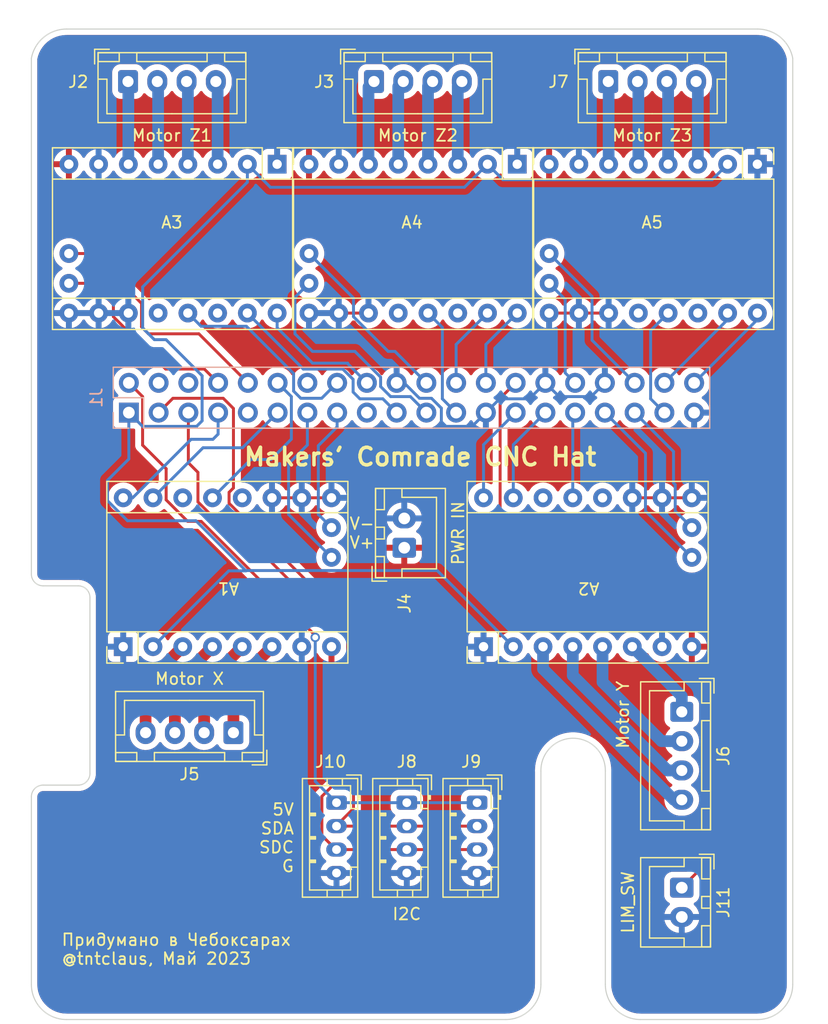
<source format=kicad_pcb>
(kicad_pcb (version 20211014) (generator pcbnew)
  (layers (0 "F.Cu" signal) (31 "B.Cu" signal) (34 "B.Paste" user) (35 "F.Paste" user) (36 "B.SilkS" user "B.Silkscreen") (37 "F.SilkS" user "F.Silkscreen") (38 "B.Mask" user) (39 "F.Mask" user) (44 "Edge.Cuts" user))
  (net 0 "")
  (net 3 "/MotX DIR")
  (net 4 "/MotY DIR")
  (net 5 "Vin")
  (net 6 "GND")
  (net 7 "+3V3")
  (net 9 "/MotX UART")
  (net 11 "/MotX DIAG")
  (net 12 "/MotX INDEX")
  (net 15 "/MotX STEP")
  (net 16 "/MotY UART")
  (net 17 "/MotY STEP")
  (net 18 "/MotY DIAG")
  (net 19 "/MotY INDEX")
  (net 20 "/Motor X/1B")
  (net 21 "/Motor X/1A")
  (net 22 "/Motor X/2A")
  (net 23 "/Motor X/2B")
  (net 24 "/Motor Y/1B")
  (net 25 "/Motor Y/1A")
  (net 26 "/Motor Y/2A")
  (net 27 "/Motor Y/2B")
  (net 28 "/Motor Z1/1B")
  (net 29 "/Motor Z1/1A")
  (net 30 "/Motor Z1/2A")
  (net 31 "/Motor Z1/2B")
  (net 34 "/Motor Z2/1B")
  (net 35 "/Motor Z2/1A")
  (net 36 "/Motor Z2/2A")
  (net 37 "/Motor Z2/2B")
  (net 40 "/Motor Z3/1B")
  (net 41 "/Motor Z3/1A")
  (net 42 "/Motor Z3/2A")
  (net 43 "/Motor Z3/2B")
  (net 46 "/MotZ1 INDEX")
  (net 47 "/MotZ1 DIAG")
  (net 48 "/MotZ1 DIR")
  (net 49 "/MotZ1 STEP")
  (net 50 "/MotZ1 UART")
  (net 51 "/MotZ2 UART")
  (net 52 "/MotZ2 STEP")
  (net 53 "/MotZ2 DIR")
  (net 54 "/MotZ2 DIAG")
  (net 55 "/MotZ2 INDEX")
  (net 56 "/MotZ3 UART")
  (net 57 "/MotZ3 STEP")
  (net 58 "/MotZ3 DIR")
  (net 59 "/MotZ3 DIAG")
  (net 60 "/MotZ3 INDEX")
  (net 64 "/LIM_SW1")
  (net 65 "+5V")
  (net 66 "/SDA")
  (net 67 "/SDC")
  (footprint "Connector_JST:JST_PH_B4B-PH-K_1x04_P2.00mm_Vertical" (layer "F.Cu") (at 50.55 81.5 -90)
    (fp_text reference "J10" (at -3.5 0.5) (layer "F.SilkS"))
    (fp_text value "I2C" (at 9.5 -6) (layer "F.SilkS"))
    (pad "1" thru_hole roundrect (at 0 0 270) (size 1.2 1.75) (drill 0.75) (layers *.Cu *.Mask) (roundrect_rratio 0.2083333333) (net 65 "+5V"))
    (pad "2" thru_hole oval (at 2 0 270) (size 1.2 1.75) (drill 0.75) (layers *.Cu *.Mask) (net 66 "/SDA"))
    (pad "3" thru_hole oval (at 4 0 270) (size 1.2 1.75) (drill 0.75) (layers *.Cu *.Mask) (net 67 "/SDC"))
    (pad "4" thru_hole oval (at 6 0 270) (size 1.2 1.75) (drill 0.75) (layers *.Cu *.Mask) (net 6 "GND"))
  )
  (footprint "Connector_JST:JST_XH_B2B-XH-A_1x02_P2.50mm_Vertical" (layer "F.Cu") (at 80.025 88.75 -90)
    (fp_text reference "J11" (at 1.25 -3.55 90) (layer "F.SilkS"))
    (fp_text value "LIM_SW" (at 1.25 4.6 90) (layer "F.SilkS"))
    (pad "1" thru_hole roundrect (at 0 0 270) (size 1.7 2) (drill 1) (layers *.Cu *.Mask) (roundrect_rratio 0.1470588235) (net 64 "/LIM_SW1"))
    (pad "2" thru_hole oval (at 2.5 0 270) (size 1.7 2) (drill 1) (layers *.Cu *.Mask) (net 6 "GND"))
  )
  (footprint "Connector_JST:JST_XH_B4B-XH-A_1x04_P2.50mm_Vertical" (layer "F.Cu") (at 73.75 19.975)
    (fp_text reference "J7" (at -4.25 0.025) (layer "F.SilkS"))
    (fp_text value "Motor Z3" (at 3.75 4.6) (layer "F.SilkS"))
    (pad "1" thru_hole roundrect (at 0 0) (size 1.7 1.95) (drill 0.95) (layers *.Cu *.Mask) (roundrect_rratio 0.1470588235) (net 43 "/Motor Z3/2B"))
    (pad "2" thru_hole oval (at 2.5 0) (size 1.7 1.95) (drill 0.95) (layers *.Cu *.Mask) (net 42 "/Motor Z3/2A"))
    (pad "3" thru_hole oval (at 5 0) (size 1.7 1.95) (drill 0.95) (layers *.Cu *.Mask) (net 41 "/Motor Z3/1A"))
    (pad "4" thru_hole oval (at 7.5 0) (size 1.7 1.95) (drill 0.95) (layers *.Cu *.Mask) (net 40 "/Motor Z3/1B"))
  )
  (footprint "Connector_JST:JST_PH_B4B-PH-K_1x04_P2.00mm_Vertical" (layer "F.Cu") (at 62.55 81.5 -90)
    (fp_text reference "J9" (at -3.5 0.5) (layer "F.SilkS"))
    (fp_text value "I2C")
    (pad "1" thru_hole roundrect (at 0 0 270) (size 1.2 1.75) (drill 0.75) (layers *.Cu *.Mask) (roundrect_rratio 0.2083333333) (net 65 "+5V"))
    (pad "2" thru_hole oval (at 2 0 270) (size 1.2 1.75) (drill 0.75) (layers *.Cu *.Mask) (net 66 "/SDA"))
    (pad "3" thru_hole oval (at 4 0 270) (size 1.2 1.75) (drill 0.75) (layers *.Cu *.Mask) (net 67 "/SDC"))
    (pad "4" thru_hole oval (at 6 0 270) (size 1.2 1.75) (drill 0.75) (layers *.Cu *.Mask) (net 6 "GND"))
  )
  (footprint "Connector_JST:JST_XH_B4B-XH-A_1x04_P2.50mm_Vertical" (layer "F.Cu") (at 80.025 73.75 -90)
    (fp_text reference "J6" (at 3.75 -3.55 90) (layer "F.SilkS"))
    (fp_text value "Motor Y" (at 0.25 5.025 90) (layer "F.SilkS"))
    (pad "1" thru_hole roundrect (at 0 0 270) (size 1.7 1.95) (drill 0.95) (layers *.Cu *.Mask) (roundrect_rratio 0.1470588235) (net 27 "/Motor Y/2B"))
    (pad "2" thru_hole oval (at 2.5 0 270) (size 1.7 1.95) (drill 0.95) (layers *.Cu *.Mask) (net 26 "/Motor Y/2A"))
    (pad "3" thru_hole oval (at 5 0 270) (size 1.7 1.95) (drill 0.95) (layers *.Cu *.Mask) (net 25 "/Motor Y/1A"))
    (pad "4" thru_hole oval (at 7.5 0 270) (size 1.7 1.95) (drill 0.95) (layers *.Cu *.Mask) (net 24 "/Motor Y/1B"))
  )
  (footprint "TMCSockets:TMC220X" (layer "F.Cu") (at 72.08132 61.72132 90)
    (fp_text reference "A2" (at -1.5 0 180 unlocked) (layer "F.SilkS"))
    (fp_text value "MKS_TMC2209 Motor Y")
    (pad "1" thru_hole rect (at -6.47 -8.98 90) (size 1.6 1.6) (drill 0.8) (layers *.Cu *.Mask) (net 6 "GND"))
    (pad "2" thru_hole oval (at -6.47 -6.44 90) (size 1.6 1.6) (drill 0.8) (layers *.Cu *.Mask) (net 7 "+3V3"))
    (pad "3" thru_hole oval (at -6.47 -3.9 90) (size 1.6 1.6) (drill 0.8) (layers *.Cu *.Mask) (net 24 "/Motor Y/1B"))
    (pad "4" thru_hole oval (at -6.47 -1.36 90) (size 1.6 1.6) (drill 0.8) (layers *.Cu *.Mask) (net 25 "/Motor Y/1A"))
    (pad "5" thru_hole oval (at -6.47 1.18 90) (size 1.6 1.6) (drill 0.8) (layers *.Cu *.Mask) (net 26 "/Motor Y/2A"))
    (pad "6" thru_hole oval (at -6.47 3.72 90) (size 1.6 1.6) (drill 0.8) (layers *.Cu *.Mask) (net 27 "/Motor Y/2B"))
    (pad "7" thru_hole oval (at -6.47 6.26 90) (size 1.6 1.6) (drill 0.8) (layers *.Cu *.Mask) (net 6 "GND"))
    (pad "8" thru_hole oval (at -6.47 8.8 90) (size 1.6 1.6) (drill 0.8) (layers *.Cu *.Mask) (net 5 "Vin"))
    (pad "9" thru_hole oval (at 6.23 8.8 90) (size 1.6 1.6) (drill 0.8) (layers *.Cu *.Mask) (net 6 "GND"))
    (pad "10" thru_hole oval (at 6.23 6.26 90) (size 1.6 1.6) (drill 0.8) (layers *.Cu *.Mask) (net 6 "GND"))
    (pad "11" thru_hole oval (at 6.23 3.72 90) (size 1.6 1.6) (drill 0.8) (layers *.Cu *.Mask) (net 6 "GND"))
    (pad "12" thru_hole oval (at 6.23 1.18 90) (size 1.6 1.6) (drill 0.8) (layers *.Cu *.Mask))
    (pad "13" thru_hole oval (at 6.23 -1.36 90) (size 1.6 1.6) (drill 0.8) (layers *.Cu *.Mask) (net 16 "/MotY UART"))
    (pad "14" thru_hole oval (at 6.23 -3.9 90) (size 1.6 1.6) (drill 0.8) (layers *.Cu *.Mask))
    (pad "15" thru_hole oval (at 6.23 -6.44 90) (size 1.6 1.6) (drill 0.8) (layers *.Cu *.Mask) (net 17 "/MotY STEP"))
    (pad "16" thru_hole oval (at 6.23 -8.98 90) (size 1.6 1.6) (drill 0.8) (layers *.Cu *.Mask) (net 4 "/MotY DIR"))
    (pad "17" thru_hole oval (at 3.69 8.8 90) (size 1.6 1.6) (drill 0.8) (layers *.Cu *.Mask) (net 18 "/MotY DIAG"))
    (pad "18" thru_hole oval (at 1.15 8.8 90) (size 1.6 1.6) (drill 0.8) (layers *.Cu *.Mask) (net 19 "/MotY INDEX"))
  )
  (footprint "Connector_JST:JST_PH_B4B-PH-K_1x04_P2.00mm_Vertical" (layer "F.Cu") (at 56.55 81.5 -90)
    (fp_text reference "J8" (at -3.5 0) (layer "F.SilkS"))
    (fp_text value "I2C")
    (pad "1" thru_hole roundrect (at 0 0 270) (size 1.2 1.75) (drill 0.75) (layers *.Cu *.Mask) (roundrect_rratio 0.2083333333) (net 65 "+5V"))
    (pad "2" thru_hole oval (at 2 0 270) (size 1.2 1.75) (drill 0.75) (layers *.Cu *.Mask) (net 66 "/SDA"))
    (pad "3" thru_hole oval (at 4 0 270) (size 1.2 1.75) (drill 0.75) (layers *.Cu *.Mask) (net 67 "/SDC"))
    (pad "4" thru_hole oval (at 6 0 270) (size 1.2 1.75) (drill 0.75) (layers *.Cu *.Mask) (net 6 "GND"))
  )
  (footprint "TMCSockets:TMC220X" (layer "F.Cu") (at 36.5 33.5 -90)
    (fp_text reference "A3" (at -1.5 0 unlocked) (layer "F.SilkS"))
    (fp_text value "MKS_TMC2209 Motor Z1")
    (pad "1" thru_hole rect (at -6.47 -8.98 270) (size 1.6 1.6) (drill 0.8) (layers *.Cu *.Mask) (net 6 "GND"))
    (pad "2" thru_hole oval (at -6.47 -6.44 270) (size 1.6 1.6) (drill 0.8) (layers *.Cu *.Mask) (net 7 "+3V3"))
    (pad "3" thru_hole oval (at -6.47 -3.9 270) (size 1.6 1.6) (drill 0.8) (layers *.Cu *.Mask) (net 28 "/Motor Z1/1B"))
    (pad "4" thru_hole oval (at -6.47 -1.36 270) (size 1.6 1.6) (drill 0.8) (layers *.Cu *.Mask) (net 29 "/Motor Z1/1A"))
    (pad "5" thru_hole oval (at -6.47 1.18 270) (size 1.6 1.6) (drill 0.8) (layers *.Cu *.Mask) (net 30 "/Motor Z1/2A"))
    (pad "6" thru_hole oval (at -6.47 3.72 270) (size 1.6 1.6) (drill 0.8) (layers *.Cu *.Mask) (net 31 "/Motor Z1/2B"))
    (pad "7" thru_hole oval (at -6.47 6.26 270) (size 1.6 1.6) (drill 0.8) (layers *.Cu *.Mask) (net 6 "GND"))
    (pad "8" thru_hole oval (at -6.47 8.8 270) (size 1.6 1.6) (drill 0.8) (layers *.Cu *.Mask) (net 5 "Vin"))
    (pad "9" thru_hole oval (at 6.23 8.8 270) (size 1.6 1.6) (drill 0.8) (layers *.Cu *.Mask) (net 6 "GND"))
    (pad "10" thru_hole oval (at 6.23 6.26 270) (size 1.6 1.6) (drill 0.8) (layers *.Cu *.Mask) (net 6 "GND"))
    (pad "11" thru_hole oval (at 6.23 3.72 270) (size 1.6 1.6) (drill 0.8) (layers *.Cu *.Mask) (net 6 "GND"))
    (pad "12" thru_hole oval (at 6.23 1.18 270) (size 1.6 1.6) (drill 0.8) (layers *.Cu *.Mask))
    (pad "13" thru_hole oval (at 6.23 -1.36 270) (size 1.6 1.6) (drill 0.8) (layers *.Cu *.Mask) (net 50 "/MotZ1 UART"))
    (pad "14" thru_hole oval (at 6.23 -3.9 270) (size 1.6 1.6) (drill 0.8) (layers *.Cu *.Mask))
    (pad "15" thru_hole oval (at 6.23 -6.44 270) (size 1.6 1.6) (drill 0.8) (layers *.Cu *.Mask) (net 49 "/MotZ1 STEP"))
    (pad "16" thru_hole oval (at 6.23 -8.98 270) (size 1.6 1.6) (drill 0.8) (layers *.Cu *.Mask) (net 48 "/MotZ1 DIR"))
    (pad "17" thru_hole oval (at 3.69 8.8 270) (size 1.6 1.6) (drill 0.8) (layers *.Cu *.Mask) (net 47 "/MotZ1 DIAG"))
    (pad "18" thru_hole oval (at 1.15 8.8 270) (size 1.6 1.6) (drill 0.8) (layers *.Cu *.Mask) (net 46 "/MotZ1 INDEX"))
  )
  (footprint "TMCSockets:TMC220X" (layer "F.Cu") (at 77.5 33.5 -90)
    (fp_text reference "A5" (at -1.5 0 unlocked) (layer "F.SilkS"))
    (fp_text value "MKS_TMC2209 Motor Z3")
    (pad "1" thru_hole rect (at -6.47 -8.98 270) (size 1.6 1.6) (drill 0.8) (layers *.Cu *.Mask) (net 6 "GND"))
    (pad "2" thru_hole oval (at -6.47 -6.44 270) (size 1.6 1.6) (drill 0.8) (layers *.Cu *.Mask) (net 7 "+3V3"))
    (pad "3" thru_hole oval (at -6.47 -3.9 270) (size 1.6 1.6) (drill 0.8) (layers *.Cu *.Mask) (net 40 "/Motor Z3/1B"))
    (pad "4" thru_hole oval (at -6.47 -1.36 270) (size 1.6 1.6) (drill 0.8) (layers *.Cu *.Mask) (net 41 "/Motor Z3/1A"))
    (pad "5" thru_hole oval (at -6.47 1.18 270) (size 1.6 1.6) (drill 0.8) (layers *.Cu *.Mask) (net 42 "/Motor Z3/2A"))
    (pad "6" thru_hole oval (at -6.47 3.72 270) (size 1.6 1.6) (drill 0.8) (layers *.Cu *.Mask) (net 43 "/Motor Z3/2B"))
    (pad "7" thru_hole oval (at -6.47 6.26 270) (size 1.6 1.6) (drill 0.8) (layers *.Cu *.Mask) (net 6 "GND"))
    (pad "8" thru_hole oval (at -6.47 8.8 270) (size 1.6 1.6) (drill 0.8) (layers *.Cu *.Mask) (net 5 "Vin"))
    (pad "9" thru_hole oval (at 6.23 8.8 270) (size 1.6 1.6) (drill 0.8) (layers *.Cu *.Mask) (net 6 "GND"))
    (pad "10" thru_hole oval (at 6.23 6.26 270) (size 1.6 1.6) (drill 0.8) (layers *.Cu *.Mask) (net 6 "GND"))
    (pad "11" thru_hole oval (at 6.23 3.72 270) (size 1.6 1.6) (drill 0.8) (layers *.Cu *.Mask) (net 6 "GND"))
    (pad "12" thru_hole oval (at 6.23 1.18 270) (size 1.6 1.6) (drill 0.8) (layers *.Cu *.Mask))
    (pad "13" thru_hole oval (at 6.23 -1.36 270) (size 1.6 1.6) (drill 0.8) (layers *.Cu *.Mask) (net 56 "/MotZ3 UART"))
    (pad "14" thru_hole oval (at 6.23 -3.9 270) (size 1.6 1.6) (drill 0.8) (layers *.Cu *.Mask))
    (pad "15" thru_hole oval (at 6.23 -6.44 270) (size 1.6 1.6) (drill 0.8) (layers *.Cu *.Mask) (net 57 "/MotZ3 STEP"))
    (pad "16" thru_hole oval (at 6.23 -8.98 270) (size 1.6 1.6) (drill 0.8) (layers *.Cu *.Mask) (net 58 "/MotZ3 DIR"))
    (pad "17" thru_hole oval (at 3.69 8.8 270) (size 1.6 1.6) (drill 0.8) (layers *.Cu *.Mask) (net 59 "/MotZ3 DIAG"))
    (pad "18" thru_hole oval (at 1.15 8.8 270) (size 1.6 1.6) (drill 0.8) (layers *.Cu *.Mask) (net 60 "/MotZ3 INDEX"))
  )
  (footprint "Connector_JST:JST_XH_B2B-XH-A_1x02_P2.50mm_Vertical" (layer "F.Cu") (at 56.335 59.75 90)
    (fp_text reference "J4" (at -4.75 0.025 90) (layer "F.SilkS"))
    (fp_text value "PWR IN" (at 1.25 4.6 90) (layer "F.SilkS"))
    (pad "1" thru_hole roundrect (at 0 0 90) (size 1.7 2) (drill 1) (layers *.Cu *.Mask) (roundrect_rratio 0.1470588235) (net 5 "Vin"))
    (pad "2" thru_hole oval (at 2.5 0 90) (size 1.7 2) (drill 1) (layers *.Cu *.Mask) (net 6 "GND"))
  )
  (footprint "TMCSockets:TMC220X" (layer "F.Cu") (at 57 33.5 -90)
    (fp_text reference "A4" (at -1.5 0 unlocked) (layer "F.SilkS"))
    (fp_text value "MKS_TMC2209 Motor Z2")
    (pad "1" thru_hole rect (at -6.47 -8.98 270) (size 1.6 1.6) (drill 0.8) (layers *.Cu *.Mask) (net 6 "GND"))
    (pad "2" thru_hole oval (at -6.47 -6.44 270) (size 1.6 1.6) (drill 0.8) (layers *.Cu *.Mask) (net 7 "+3V3"))
    (pad "3" thru_hole oval (at -6.47 -3.9 270) (size 1.6 1.6) (drill 0.8) (layers *.Cu *.Mask) (net 34 "/Motor Z2/1B"))
    (pad "4" thru_hole oval (at -6.47 -1.36 270) (size 1.6 1.6) (drill 0.8) (layers *.Cu *.Mask) (net 35 "/Motor Z2/1A"))
    (pad "5" thru_hole oval (at -6.47 1.18 270) (size 1.6 1.6) (drill 0.8) (layers *.Cu *.Mask) (net 36 "/Motor Z2/2A"))
    (pad "6" thru_hole oval (at -6.47 3.72 270) (size 1.6 1.6) (drill 0.8) (layers *.Cu *.Mask) (net 37 "/Motor Z2/2B"))
    (pad "7" thru_hole oval (at -6.47 6.26 270) (size 1.6 1.6) (drill 0.8) (layers *.Cu *.Mask) (net 6 "GND"))
    (pad "8" thru_hole oval (at -6.47 8.8 270) (size 1.6 1.6) (drill 0.8) (layers *.Cu *.Mask) (net 5 "Vin"))
    (pad "9" thru_hole oval (at 6.23 8.8 270) (size 1.6 1.6) (drill 0.8) (layers *.Cu *.Mask) (net 6 "GND"))
    (pad "10" thru_hole oval (at 6.23 6.26 270) (size 1.6 1.6) (drill 0.8) (layers *.Cu *.Mask) (net 6 "GND"))
    (pad "11" thru_hole oval (at 6.23 3.72 270) (size 1.6 1.6) (drill 0.8) (layers *.Cu *.Mask) (net 6 "GND"))
    (pad "12" thru_hole oval (at 6.23 1.18 270) (size 1.6 1.6) (drill 0.8) (layers *.Cu *.Mask))
    (pad "13" thru_hole oval (at 6.23 -1.36 270) (size 1.6 1.6) (drill 0.8) (layers *.Cu *.Mask) (net 51 "/MotZ2 UART"))
    (pad "14" thru_hole oval (at 6.23 -3.9 270) (size 1.6 1.6) (drill 0.8) (layers *.Cu *.Mask))
    (pad "15" thru_hole oval (at 6.23 -6.44 270) (size 1.6 1.6) (drill 0.8) (layers *.Cu *.Mask) (net 52 "/MotZ2 STEP"))
    (pad "16" thru_hole oval (at 6.23 -8.98 270) (size 1.6 1.6) (drill 0.8) (layers *.Cu *.Mask) (net 53 "/MotZ2 DIR"))
    (pad "17" thru_hole oval (at 3.69 8.8 270) (size 1.6 1.6) (drill 0.8) (layers *.Cu *.Mask) (net 54 "/MotZ2 DIAG"))
    (pad "18" thru_hole oval (at 1.15 8.8 270) (size 1.6 1.6) (drill 0.8) (layers *.Cu *.Mask) (net 55 "/MotZ2 INDEX"))
  )
  (footprint "Connector_JST:JST_XH_B4B-XH-A_1x04_P2.50mm_Vertical" (layer "F.Cu") (at 41.75 75.525 180)
    (fp_text reference "J5" (at 3.75 -3.55) (layer "F.SilkS"))
    (fp_text value "Motor X" (at 3.75 4.6) (layer "F.SilkS"))
    (pad "1" thru_hole roundrect (at 0 0 180) (size 1.7 1.95) (drill 0.95) (layers *.Cu *.Mask) (roundrect_rratio 0.1470588235) (net 23 "/Motor X/2B"))
    (pad "2" thru_hole oval (at 2.5 0 180) (size 1.7 1.95) (drill 0.95) (layers *.Cu *.Mask) (net 22 "/Motor X/2A"))
    (pad "3" thru_hole oval (at 5 0 180) (size 1.7 1.95) (drill 0.95) (layers *.Cu *.Mask) (net 21 "/Motor X/1A"))
    (pad "4" thru_hole oval (at 7.5 0 180) (size 1.7 1.95) (drill 0.95) (layers *.Cu *.Mask) (net 20 "/Motor X/1B"))
  )
  (footprint "TMCSockets:TMC220X" (layer "F.Cu") (at 41.32132 61.72132 90)
    (fp_text reference "A1" (at -1.5 0 180 unlocked) (layer "F.SilkS"))
    (fp_text value "MKS_TMC2209 Motor X")
    (pad "1" thru_hole rect (at -6.47 -8.98 90) (size 1.6 1.6) (drill 0.8) (layers *.Cu *.Mask) (net 6 "GND"))
    (pad "2" thru_hole oval (at -6.47 -6.44 90) (size 1.6 1.6) (drill 0.8) (layers *.Cu *.Mask) (net 7 "+3V3"))
    (pad "3" thru_hole oval (at -6.47 -3.9 90) (size 1.6 1.6) (drill 0.8) (layers *.Cu *.Mask) (net 20 "/Motor X/1B"))
    (pad "4" thru_hole oval (at -6.47 -1.36 90) (size 1.6 1.6) (drill 0.8) (layers *.Cu *.Mask) (net 21 "/Motor X/1A"))
    (pad "5" thru_hole oval (at -6.47 1.18 90) (size 1.6 1.6) (drill 0.8) (layers *.Cu *.Mask) (net 22 "/Motor X/2A"))
    (pad "6" thru_hole oval (at -6.47 3.72 90) (size 1.6 1.6) (drill 0.8) (layers *.Cu *.Mask) (net 23 "/Motor X/2B"))
    (pad "7" thru_hole oval (at -6.47 6.26 90) (size 1.6 1.6) (drill 0.8) (layers *.Cu *.Mask) (net 6 "GND"))
    (pad "8" thru_hole oval (at -6.47 8.8 90) (size 1.6 1.6) (drill 0.8) (layers *.Cu *.Mask) (net 5 "Vin"))
    (pad "9" thru_hole oval (at 6.23 8.8 90) (size 1.6 1.6) (drill 0.8) (layers *.Cu *.Mask) (net 6 "GND"))
    (pad "10" thru_hole oval (at 6.23 6.26 90) (size 1.6 1.6) (drill 0.8) (layers *.Cu *.Mask) (net 6 "GND"))
    (pad "11" thru_hole oval (at 6.23 3.72 90) (size 1.6 1.6) (drill 0.8) (layers *.Cu *.Mask) (net 6 "GND"))
    (pad "12" thru_hole oval (at 6.23 1.18 90) (size 1.6 1.6) (drill 0.8) (layers *.Cu *.Mask))
    (pad "13" thru_hole oval (at 6.23 -1.36 90) (size 1.6 1.6) (drill 0.8) (layers *.Cu *.Mask) (net 9 "/MotX UART"))
    (pad "14" thru_hole oval (at 6.23 -3.9 90) (size 1.6 1.6) (drill 0.8) (layers *.Cu *.Mask))
    (pad "15" thru_hole oval (at 6.23 -6.44 90) (size 1.6 1.6) (drill 0.8) (layers *.Cu *.Mask) (net 15 "/MotX STEP"))
    (pad "16" thru_hole oval (at 6.23 -8.98 90) (size 1.6 1.6) (drill 0.8) (layers *.Cu *.Mask) (net 3 "/MotX DIR"))
    (pad "17" thru_hole oval (at 3.69 8.8 90) (size 1.6 1.6) (drill 0.8) (layers *.Cu *.Mask) (net 11 "/MotX DIAG"))
    (pad "18" thru_hole oval (at 1.15 8.8 90) (size 1.6 1.6) (drill 0.8) (layers *.Cu *.Mask) (net 12 "/MotX INDEX"))
  )
  (footprint "Connector_JST:JST_XH_B4B-XH-A_1x04_P2.50mm_Vertical" (layer "F.Cu") (at 53.75 19.975)
    (fp_text reference "J3" (at -4.25 0.025) (layer "F.SilkS"))
    (fp_text value "Motor Z2" (at 3.75 4.6) (layer "F.SilkS"))
    (pad "1" thru_hole roundrect (at 0 0) (size 1.7 1.95) (drill 0.95) (layers *.Cu *.Mask) (roundrect_rratio 0.1470588235) (net 37 "/Motor Z2/2B"))
    (pad "2" thru_hole oval (at 2.5 0) (size 1.7 1.95) (drill 0.95) (layers *.Cu *.Mask) (net 36 "/Motor Z2/2A"))
    (pad "3" thru_hole oval (at 5 0) (size 1.7 1.95) (drill 0.95) (layers *.Cu *.Mask) (net 35 "/Motor Z2/1A"))
    (pad "4" thru_hole oval (at 7.5 0) (size 1.7 1.95) (drill 0.95) (layers *.Cu *.Mask) (net 34 "/Motor Z2/1B"))
  )
  (footprint "Connector_JST:JST_XH_B4B-XH-A_1x04_P2.50mm_Vertical" (layer "F.Cu") (at 32.75 19.975)
    (fp_text reference "J2" (at -4.25 0.025) (layer "F.SilkS"))
    (fp_text value "Motor Z1" (at 3.75 4.6) (layer "F.SilkS"))
    (pad "1" thru_hole roundrect (at 0 0) (size 1.7 1.95) (drill 0.95) (layers *.Cu *.Mask) (roundrect_rratio 0.1470588235) (net 31 "/Motor Z1/2B"))
    (pad "2" thru_hole oval (at 2.5 0) (size 1.7 1.95) (drill 0.95) (layers *.Cu *.Mask) (net 30 "/Motor Z1/2A"))
    (pad "3" thru_hole oval (at 5 0) (size 1.7 1.95) (drill 0.95) (layers *.Cu *.Mask) (net 29 "/Motor Z1/1A"))
    (pad "4" thru_hole oval (at 7.5 0) (size 1.7 1.95) (drill 0.95) (layers *.Cu *.Mask) (net 28 "/Motor Z1/1B"))
  )
  (footprint "Connector_PinSocket_2.54mm:PinSocket_2x20_P2.54mm_Vertical" (layer "B.Cu") (at 32.82132 48.22132 -90)
    (fp_text reference "J1" (at -1.27 2.77 90) (layer "B.SilkS") (effects (justify mirror)))
    (fp_text value "Raspberry_Pi_2_3")
    (pad "1" thru_hole rect (at 0 0 270) (size 1.7 1.7) (drill 1) (layers *.Cu *.Mask) (net 7 "+3V3"))
    (pad "2" thru_hole oval (at -2.54 0 270) (size 1.7 1.7) (drill 1) (layers *.Cu *.Mask) (net 65 "+5V"))
    (pad "3" thru_hole oval (at 0 -2.54 270) (size 1.7 1.7) (drill 1) (layers *.Cu *.Mask) (net 66 "/SDA"))
    (pad "4" thru_hole oval (at -2.54 -2.54 270) (size 1.7 1.7) (drill 1) (layers *.Cu *.Mask))
    (pad "5" thru_hole oval (at 0 -5.08 270) (size 1.7 1.7) (drill 1) (layers *.Cu *.Mask) (net 67 "/SDC"))
    (pad "6" thru_hole oval (at -2.54 -5.08 270) (size 1.7 1.7) (drill 1) (layers *.Cu *.Mask))
    (pad "7" thru_hole oval (at 0 -7.62 270) (size 1.7 1.7) (drill 1) (layers *.Cu *.Mask) (net 3 "/MotX DIR"))
    (pad "8" thru_hole oval (at -2.54 -7.62 270) (size 1.7 1.7) (drill 1) (layers *.Cu *.Mask) (net 47 "/MotZ1 DIAG"))
    (pad "9" thru_hole oval (at 0 -10.16 270) (size 1.7 1.7) (drill 1) (layers *.Cu *.Mask))
    (pad "10" thru_hole oval (at -2.54 -10.16 270) (size 1.7 1.7) (drill 1) (layers *.Cu *.Mask) (net 46 "/MotZ1 INDEX"))
    (pad "11" thru_hole oval (at 0 -12.7 270) (size 1.7 1.7) (drill 1) (layers *.Cu *.Mask) (net 15 "/MotX STEP"))
    (pad "12" thru_hole oval (at -2.54 -12.7 270) (size 1.7 1.7) (drill 1) (layers *.Cu *.Mask) (net 9 "/MotX UART"))
    (pad "13" thru_hole oval (at 0 -15.24 270) (size 1.7 1.7) (drill 1) (layers *.Cu *.Mask) (net 12 "/MotX INDEX"))
    (pad "14" thru_hole oval (at -2.54 -15.24 270) (size 1.7 1.7) (drill 1) (layers *.Cu *.Mask))
    (pad "15" thru_hole oval (at 0 -17.78 270) (size 1.7 1.7) (drill 1) (layers *.Cu *.Mask) (net 11 "/MotX DIAG"))
    (pad "16" thru_hole oval (at -2.54 -17.78 270) (size 1.7 1.7) (drill 1) (layers *.Cu *.Mask) (net 50 "/MotZ1 UART"))
    (pad "17" thru_hole oval (at 0 -20.32 270) (size 1.7 1.7) (drill 1) (layers *.Cu *.Mask))
    (pad "18" thru_hole oval (at -2.54 -20.32 270) (size 1.7 1.7) (drill 1) (layers *.Cu *.Mask) (net 48 "/MotZ1 DIR"))
    (pad "19" thru_hole oval (at 0 -22.86 270) (size 1.7 1.7) (drill 1) (layers *.Cu *.Mask) (net 49 "/MotZ1 STEP"))
    (pad "20" thru_hole oval (at -2.54 -22.86 270) (size 1.7 1.7) (drill 1) (layers *.Cu *.Mask) (net 6 "GND"))
    (pad "21" thru_hole oval (at 0 -25.4 270) (size 1.7 1.7) (drill 1) (layers *.Cu *.Mask) (net 54 "/MotZ2 DIAG"))
    (pad "22" thru_hole oval (at -2.54 -25.4 270) (size 1.7 1.7) (drill 1) (layers *.Cu *.Mask) (net 55 "/MotZ2 INDEX"))
    (pad "23" thru_hole oval (at 0 -27.94 270) (size 1.7 1.7) (drill 1) (layers *.Cu *.Mask) (net 51 "/MotZ2 UART"))
    (pad "24" thru_hole oval (at -2.54 -27.94 270) (size 1.7 1.7) (drill 1) (layers *.Cu *.Mask) (net 52 "/MotZ2 STEP"))
    (pad "25" thru_hole oval (at 0 -30.48 270) (size 1.7 1.7) (drill 1) (layers *.Cu *.Mask) (net 6 "GND"))
    (pad "26" thru_hole oval (at -2.54 -30.48 270) (size 1.7 1.7) (drill 1) (layers *.Cu *.Mask) (net 53 "/MotZ2 DIR"))
    (pad "27" thru_hole oval (at 0 -33.02 270) (size 1.7 1.7) (drill 1) (layers *.Cu *.Mask) (net 4 "/MotY DIR"))
    (pad "28" thru_hole oval (at -2.54 -33.02 270) (size 1.7 1.7) (drill 1) (layers *.Cu *.Mask) (net 64 "/LIM_SW1"))
    (pad "29" thru_hole oval (at 0 -35.56 270) (size 1.7 1.7) (drill 1) (layers *.Cu *.Mask) (net 17 "/MotY STEP"))
    (pad "30" thru_hole oval (at -2.54 -35.56 270) (size 1.7 1.7) (drill 1) (layers *.Cu *.Mask) (net 6 "GND"))
    (pad "31" thru_hole oval (at 0 -38.1 270) (size 1.7 1.7) (drill 1) (layers *.Cu *.Mask) (net 16 "/MotY UART"))
    (pad "32" thru_hole oval (at -2.54 -38.1 270) (size 1.7 1.7) (drill 1) (layers *.Cu *.Mask) (net 59 "/MotZ3 DIAG"))
    (pad "33" thru_hole oval (at 0 -40.64 270) (size 1.7 1.7) (drill 1) (layers *.Cu *.Mask) (net 19 "/MotY INDEX"))
    (pad "34" thru_hole oval (at -2.54 -40.64 270) (size 1.7 1.7) (drill 1) (layers *.Cu *.Mask) (net 6 "GND"))
    (pad "35" thru_hole oval (at 0 -43.18 270) (size 1.7 1.7) (drill 1) (layers *.Cu *.Mask) (net 18 "/MotY DIAG"))
    (pad "36" thru_hole oval (at -2.54 -43.18 270) (size 1.7 1.7) (drill 1) (layers *.Cu *.Mask) (net 60 "/MotZ3 INDEX"))
    (pad "37" thru_hole oval (at 0 -45.72 270) (size 1.7 1.7) (drill 1) (layers *.Cu *.Mask) (net 56 "/MotZ3 UART"))
    (pad "38" thru_hole oval (at -2.54 -45.72 270) (size 1.7 1.7) (drill 1) (layers *.Cu *.Mask) (net 57 "/MotZ3 STEP"))
    (pad "39" thru_hole oval (at 0 -48.26 270) (size 1.7 1.7) (drill 1) (layers *.Cu *.Mask) (net 6 "GND"))
    (pad "40" thru_hole oval (at -2.54 -48.26 270) (size 1.7 1.7) (drill 1) (layers *.Cu *.Mask) (net 58 "/MotZ3 DIR"))
  )
  (gr_arc (start 24.5 81) (mid 24.792899 80.292899) (end 25.5 80) (layer "Edge.Cuts") (width 0.1))
  (gr_arc (start 76.5 100) (mid 74.37868 99.12132) (end 73.5 97) (layer "Edge.Cuts") (width 0.1))
  (gr_line (start 25.5 63) (end 28.5 63) (layer "Edge.Cuts") (width 0.1))
  (gr_line (start 29.5 64) (end 29.5 79) (layer "Edge.Cuts") (width 0.1))
  (gr_line (start 24.5 18) (end 24.5 62) (layer "Edge.Cuts") (width 0.1))
  (gr_arc (start 25.5 63) (mid 24.792913 62.707098) (end 24.5 62) (layer "Edge.Cuts") (width 0.1))
  (gr_arc (start 27.5 100) (mid 25.37868 99.12132) (end 24.5 97) (layer "Edge.Cuts") (width 0.1))
  (gr_arc (start 89.5 97) (mid 88.62132 99.12132) (end 86.5 100) (layer "Edge.Cuts") (width 0.1))
  (gr_line (start 24.5 81) (end 24.5 97) (layer "Edge.Cuts") (width 0.1))
  (gr_line (start 27.5 15.5) (end 86.5 15.5) (layer "Edge.Cuts") (width 0.1))
  (gr_arc (start 86.5 15.5) (mid 88.452493 16.207008) (end 89.5 18) (layer "Edge.Cuts") (width 0.1))
  (gr_line (start 27.5 100) (end 65 100) (layer "Edge.Cuts") (width 0.1))
  (gr_line (start 89.5 18) (end 89.5 97) (layer "Edge.Cuts") (width 0.1))
  (gr_arc (start 29.5 79) (mid 29.207113 79.707113) (end 28.5 80) (layer "Edge.Cuts") (width 0.1))
  (gr_arc (start 24.5 18) (mid 25.547506 16.207007) (end 27.5 15.5) (layer "Edge.Cuts") (width 0.1))
  (gr_line (start 68 97) (end 68 78.792993) (layer "Edge.Cuts") (width 0.1))
  (gr_line (start 25.5 80) (end 28.5 80) (layer "Edge.Cuts") (width 0.1))
  (gr_line (start 76.5 100) (end 86.5 100) (layer "Edge.Cuts") (width 0.1))
  (gr_line (start 73.5 97) (end 73.5 78.792993) (layer "Edge.Cuts") (width 0.1))
  (gr_arc (start 68 97) (mid 67.12132 99.12132) (end 65 100) (layer "Edge.Cuts") (width 0.1))
  (gr_arc (start 68 78.792993) (mid 70.75 76.000873) (end 73.5 78.792993) (layer "Edge.Cuts") (width 0.1))
  (gr_arc (start 28.5 63) (mid 29.207127 63.292885) (end 29.5 64) (layer "Edge.Cuts") (width 0.1))
  (gr_text "5V\nSDA\nSDC\nG\n" (at 47 84.5) (layer "F.SilkS") (effects (font (size 1 1)) (justify right)))
  (gr_text "Придумано в Чебоксарах\n@tntclaus, Май 2023" (at 27 94) (layer "F.SilkS") (effects (font (size 1 1)) (justify left)))
  (gr_text "Makers' Comrade CNC Hat" (at 42.5 52) (layer "F.SilkS") (effects (font (size 1.5 1.5) (thickness 0.3)) (justify left)))
  (gr_text "V-\nV+" (at 53.875 58.5) (layer "F.SilkS") (effects (font (size 1 1)) (justify right)))
  (segment (start 32.34132 55.49132) (end 33.144398 55.49132) (width 0.25) (layer "B.Cu") (net 3))
  (segment (start 38.135718 50.5) (end 40 50.5) (width 0.25) (layer "B.Cu") (net 3))
  (segment (start 33.144398 55.49132) (end 38.135718 50.5) (width 0.25) (layer "B.Cu") (net 3))
  (segment (start 40.44132 50.05868) (end 40.44132 48.22132) (width 0.25) (layer "B.Cu") (net 3))
  (segment (start 40 50.5) (end 40.44132 50.05868) (width 0.25) (layer "B.Cu") (net 3))
  (segment (start 63.10132 55.49132) (end 63.10132 50.96132) (width 0.25) (layer "B.Cu") (net 4))
  (segment (start 63.10132 50.96132) (end 65.84132 48.22132) (width 0.25) (layer "B.Cu") (net 4))
  (segment (start 45.04132 55.49132) (end 50.12132 55.49132) (width 0.25) (layer "F.Cu") (net 6))
  (segment (start 78.34132 55.49132) (end 75.80132 55.49132) (width 0.25) (layer "F.Cu") (net 6))
  (segment (start 71.24 39.73) (end 68.7 39.73) (width 0.25) (layer "F.Cu") (net 6))
  (segment (start 78.34132 55.49132) (end 80.88132 55.49132) (width 0.25) (layer "F.Cu") (net 6))
  (segment (start 71.24 39.73) (end 73.78 39.73) (width 0.25) (layer "F.Cu") (net 6))
  (segment (start 48.2 39.73) (end 53.28 39.73) (width 0.25) (layer "F.Cu") (net 6))
  (segment (start 63.30132 48.22132) (end 62.126809 49.395831) (width 0.25) (layer "B.Cu") (net 6))
  (segment (start 59.5 47.83899) (end 58.66101 47) (width 0.25) (layer "B.Cu") (net 6))
  (segment (start 72.286809 46.855831) (end 73.46132 45.68132) (width 0.25) (layer "B.Cu") (net 6))
  (segment (start 67.015831 47.046809) (end 68.38132 45.68132) (width 0.25) (layer "B.Cu") (net 6))
  (segment (start 59.5 49) (end 59.5 47.83899) (width 0.25) (layer "B.Cu") (net 6))
  (segment (start 64.475831 47.046809) (end 67.015831 47.046809) (width 0.25) (layer "B.Cu") (net 6))
  (segment (start 32.78 39.73) (end 27.7 39.73) (width 0.25) (layer "B.Cu") (net 6))
  (segment (start 63.30132 48.22132) (end 64.475831 47.046809) (width 0.25) (layer "B.Cu") (net 6))
  (segment (start 56.317038 45.68132) (end 55.68132 45.68132) (width 0.25) (layer "B.Cu") (net 6))
  (segment (start 69.555831 46.855831) (end 72.286809 46.855831) (width 0.25) (layer "B.Cu") (net 6))
  (segment (start 62.126809 49.395831) (end 59.895831 49.395831) (width 0.25) (layer "B.Cu") (net 6))
  (segment (start 59.895831 49.395831) (end 59.5 49) (width 0.25) (layer "B.Cu") (net 6))
  (segment (start 57.635718 47) (end 56.317038 45.68132) (width 0.25) (layer "B.Cu") (net 6))
  (segment (start 58.66101 47) (end 57.635718 47) (width 0.25) (layer "B.Cu") (net 6))
  (segment (start 68.38132 45.68132) (end 69.555831 46.855831) (width 0.25) (layer "B.Cu") (net 6))
  (segment (start 59.145831 61.695831) (end 65.64132 68.19132) (width 0.25) (layer "B.Cu") (net 7))
  (segment (start 42.94 27.03) (end 44.91 29) (width 0.25) (layer "B.Cu") (net 7))
  (segment (start 36 42) (end 35 42) (width 0.25) (layer "B.Cu") (net 7))
  (segment (start 32.82132 52.17868) (end 31 54) (width 0.25) (layer "B.Cu") (net 7))
  (segment (start 39.075831 48.924169) (end 39.075831 45.075831) (width 0.25) (layer "B.Cu") (net 7))
  (segment (start 31 54) (end 31 55.7403) (width 0.25) (layer "B.Cu") (net 7))
  (segment (start 63.44 27.03) (end 64.764511 28.354511) (width 0.25) (layer "B.Cu") (net 7))
  (segment (start 35 42) (end 34 41) (width 0.25) (layer "B.Cu") (net 7))
  (segment (start 38.545831 57.445831) (end 42.8 61.7) (width 0.25) (layer "B.Cu") (net 7))
  (segment (start 34 41) (end 34 37.5) (width 0.25) (layer "B.Cu") (net 7))
  (segment (start 61.47 29) (end 63.44 27.03) (width 0.25) (layer "B.Cu") (net 7))
  (segment (start 42.8 61.7) (end 42.82132 61.72132) (width 0.25) (layer "B.Cu") (net 7))
  (segment (start 42.94 28.56) (end 42.94 27.03) (width 0.25) (layer "B.Cu") (net 7))
  (segment (start 38.604169 49.395831) (end 39.075831 48.924169) (width 0.25) (layer "B.Cu") (net 7))
  (segment (start 34 37.5) (end 42.94 28.56) (width 0.25) (layer "B.Cu") (net 7))
  (segment (start 32.705531 57.445831) (end 38.545831 57.445831) (width 0.25) (layer "B.Cu") (net 7))
  (segment (start 32.82132 48.22132) (end 33.995831 49.395831) (width 0.25) (layer "B.Cu") (net 7))
  (segment (start 42.8 61.7) (end 42.804169 61.695831) (width 0.25) (layer "B.Cu") (net 7))
  (segment (start 44.91 29) (end 61.47 29) (width 0.25) (layer "B.Cu") (net 7))
  (segment (start 42.804169 61.695831) (end 59.145831 61.695831) (width 0.25) (layer "B.Cu") (net 7))
  (segment (start 32.82132 48.22132) (end 32.82132 52.17868) (width 0.25) (layer "B.Cu") (net 7))
  (segment (start 64.764511 28.354511) (end 82.615489 28.354511) (width 0.25) (layer "B.Cu") (net 7))
  (segment (start 41.35132 61.72132) (end 42.82132 61.72132) (width 0.25) (layer "B.Cu") (net 7))
  (segment (start 39.075831 45.075831) (end 36 42) (width 0.25) (layer "B.Cu") (net 7))
  (segment (start 41.35132 61.72132) (end 34.88132 68.19132) (width 0.25) (layer "B.Cu") (net 7))
  (segment (start 33.995831 49.395831) (end 38.604169 49.395831) (width 0.25) (layer "B.Cu") (net 7))
  (segment (start 82.615489 28.354511) (end 83.94 27.03) (width 0.25) (layer "B.Cu") (net 7))
  (segment (start 31 55.7403) (end 32.705531 57.445831) (width 0.25) (layer "B.Cu") (net 7))
  (segment (start 43.23132 52.22132) (end 44.957037 52.22132) (width 0.25) (layer "B.Cu") (net 9))
  (segment (start 46.695831 50.482526) (end 46.695831 46.855831) (width 0.25) (layer "B.Cu") (net 9))
  (segment (start 46.695831 46.855831) (end 45.52132 45.68132) (width 0.25) (layer "B.Cu") (net 9))
  (segment (start 44.957037 52.22132) (end 46.695831 50.482526) (width 0.25) (layer "B.Cu") (net 9))
  (segment (start 39.96132 55.49132) (end 43.23132 52.22132) (width 0.25) (layer "B.Cu") (net 9))
  (segment (start 50.12132 58.03132) (end 48.996809 56.906809) (width 0.25) (layer "B.Cu") (net 11))
  (segment (start 48.996809 51.045831) (end 50.60132 49.44132) (width 0.25) (layer "B.Cu") (net 11))
  (segment (start 50.60132 49.44132) (end 50.60132 48.22132) (width 0.25) (layer "B.Cu") (net 11))
  (segment (start 48.996809 56.906809) (end 48.996809 51.045831) (width 0.25) (layer "B.Cu") (net 11))
  (segment (start 48.06132 50.98132) (end 48.06132 48.22132) (width 0.25) (layer "B.Cu") (net 12))
  (segment (start 46.456809 52.585831) (end 48.06132 50.98132) (width 0.25) (layer "B.Cu") (net 12))
  (segment (start 46.456809 56.906809) (end 46.456809 52.585831) (width 0.25) (layer "B.Cu") (net 12))
  (segment (start 50.12132 60.57132) (end 46.456809 56.906809) (width 0.25) (layer "B.Cu") (net 12))
  (segment (start 42.52132 51.22132) (end 45.52132 48.22132) (width 0.25) (layer "B.Cu") (net 15))
  (segment (start 34.88132 55.49132) (end 39.15132 51.22132) (width 0.25) (layer "B.Cu") (net 15))
  (segment (start 39.15132 51.22132) (end 42.52132 51.22132) (width 0.25) (layer "B.Cu") (net 15))
  (segment (start 70.72132 48.42132) (end 70.92132 48.22132) (width 0.25) (layer "B.Cu") (net 16))
  (segment (start 70.72132 55.49132) (end 70.72132 48.42132) (width 0.25) (layer "B.Cu") (net 16))
  (segment (start 65.64132 55.49132) (end 65.64132 50.96132) (width 0.25) (layer "B.Cu") (net 17))
  (segment (start 65.64132 50.96132) (end 68.38132 48.22132) (width 0.25) (layer "B.Cu") (net 17))
  (segment (start 80.88132 58.03132) (end 79.465831 56.615831) (width 0.25) (layer "B.Cu") (net 18))
  (segment (start 79.465831 56.615831) (end 79.465831 54.365831) (width 0.25) (layer "B.Cu") (net 18))
  (segment (start 79.465831 54.365831) (end 79.32132 54.22132) (width 0.25) (layer "B.Cu") (net 18))
  (segment (start 79.32132 54.22132) (end 79.32132 51.54132) (width 0.25) (layer "B.Cu") (net 18))
  (segment (start 79.32132 51.54132) (end 76.00132 48.22132) (width 0.25) (layer "B.Cu") (net 18))
  (segment (start 76.925831 56.615831) (end 76.925831 51.685831) (width 0.25) (layer "B.Cu") (net 19))
  (segment (start 80.88132 60.57132) (end 76.925831 56.615831) (width 0.25) (layer "B.Cu") (net 19))
  (segment (start 76.925831 51.685831) (end 73.46132 48.22132) (width 0.25) (layer "B.Cu") (net 19))
  (segment (start 34.25 71.36264) (end 37.42132 68.19132) (width 1) (layer "F.Cu") (net 20))
  (segment (start 34.25 75.525) (end 34.25 71.36264) (width 1) (layer "F.Cu") (net 20))
  (segment (start 36.75 71.40264) (end 39.96132 68.19132) (width 1) (layer "F.Cu") (net 21))
  (segment (start 36.75 75.525) (end 36.75 71.40264) (width 1) (layer "F.Cu") (net 21))
  (segment (start 39.25 75.525) (end 39.25 71.44264) (width 1) (layer "F.Cu") (net 22))
  (segment (start 39.25 71.44264) (end 42.50132 68.19132) (width 1) (layer "F.Cu") (net 22))
  (segment (start 41.75 71.48264) (end 45.04132 68.19132) (width 1) (layer "F.Cu") (net 23))
  (segment (start 41.75 75.525) (end 41.75 71.48264) (width 1) (layer "F.Cu") (net 23))
  (segment (start 79.34156 81.25) (end 68.18132 70.08976) (width 1) (layer "B.Cu") (net 24))
  (segment (start 68.18132 70.08976) (end 68.18132 68.19132) (width 1) (layer "B.Cu") (net 24))
  (segment (start 80.025 81.25) (end 79.34156 81.25) (width 1) (layer "B.Cu") (net 24))
  (segment (start 70.72132 70.65054) (end 70.72132 68.19132) (width 1) (layer "B.Cu") (net 25))
  (segment (start 80.025 78.75) (end 78.82078 78.75) (width 1) (layer "B.Cu") (net 25))
  (segment (start 78.82078 78.75) (end 70.72132 70.65054) (width 1) (layer "B.Cu") (net 25))
  (segment (start 80.025 76.25) (end 78.3 76.25) (width 1) (layer "B.Cu") (net 26))
  (segment (start 78.3 76.25) (end 73.26132 71.21132) (width 1) (layer "B.Cu") (net 26))
  (segment (start 73.26132 71.21132) (end 73.26132 68.19132) (width 1) (layer "B.Cu") (net 26))
  (segment (start 80.025 73.75) (end 80.025 72.415) (width 1) (layer "B.Cu") (net 27))
  (segment (start 80.025 72.415) (end 75.80132 68.19132) (width 1) (layer "B.Cu") (net 27))
  (segment (start 40.4 27.03) (end 40.4 20.125) (width 1) (layer "B.Cu") (net 28))
  (segment (start 40.4 20.125) (end 40.25 19.975) (width 1) (layer "B.Cu") (net 28))
  (segment (start 37.86 20.085) (end 37.75 19.975) (width 1) (layer "B.Cu") (net 29))
  (segment (start 37.86 27.03) (end 37.86 20.085) (width 1) (layer "B.Cu") (net 29))
  (segment (start 35.32 27.03) (end 35.32 20.045) (width 1) (layer "B.Cu") (net 30))
  (segment (start 35.32 20.045) (end 35.25 19.975) (width 1) (layer "B.Cu") (net 30))
  (segment (start 32.78 27.03) (end 32.78 20.005) (width 1) (layer "B.Cu") (net 31))
  (segment (start 32.78 20.005) (end 32.75 19.975) (width 1) (layer "B.Cu") (net 31))
  (segment (start 60.9 27.03) (end 60.9 20.325) (width 1) (layer "B.Cu") (net 34))
  (segment (start 58.36 27.03) (end 58.36 20.365) (width 1) (layer "B.Cu") (net 35))
  (segment (start 55.82 27.03) (end 55.82 20.405) (width 1) (layer "B.Cu") (net 36))
  (segment (start 53.28 27.03) (end 53.28 20.445) (width 1) (layer "B.Cu") (net 37))
  (segment (start 81.4 20.125) (end 81.25 19.975) (width 1) (layer "B.Cu") (net 40))
  (segment (start 81.4 27.03) (end 81.4 20.125) (width 1) (layer "B.Cu") (net 40))
  (segment (start 78.86 20.085) (end 78.75 19.975) (width 1) (layer "B.Cu") (net 41))
  (segment (start 78.86 27.03) (end 78.86 20.085) (width 1) (layer "B.Cu") (net 41))
  (segment (start 76.32 27.03) (end 76.32 20.045) (width 1) (layer "B.Cu") (net 42))
  (segment (start 76.32 20.045) (end 76.25 19.975) (width 1) (layer "B.Cu") (net 42))
  (segment (start 73.78 20.005) (end 73.75 19.975) (width 1) (layer "B.Cu") (net 43))
  (segment (start 73.78 27.03) (end 73.78 20.005) (width 1) (layer "B.Cu") (net 43))
  (segment (start 38.8 41.5) (end 34.5 41.5) (width 0.25) (layer "F.Cu") (net 46))
  (segment (start 29.65 34.65) (end 27.7 34.65) (width 0.25) (layer "F.Cu") (net 46))
  (segment (start 33.904511 40.904511) (end 33.904511 38.904511) (width 0.25) (layer "F.Cu") (net 46))
  (segment (start 42.98132 45.68132) (end 38.8 41.5) (width 0.25) (layer "F.Cu") (net 46))
  (segment (start 34.5 41.5) (end 33.904511 40.904511) (width 0.25) (layer "F.Cu") (net 46))
  (segment (start 33.904511 38.904511) (end 29.65 34.65) (width 0.25) (layer "F.Cu") (net 46))
  (segment (start 40.44132 45.68132) (end 39.266809 44.506809) (width 0.25) (layer "F.Cu") (net 47))
  (segment (start 39.266809 44.506809) (end 35.966509 44.506809) (width 0.25) (layer "F.Cu") (net 47))
  (segment (start 29.69 37.19) (end 27.7 37.19) (width 0.25) (layer "F.Cu") (net 47))
  (segment (start 31.5 39) (end 29.69 37.19) (width 0.25) (layer "F.Cu") (net 47))
  (segment (start 31.5 40.0403) (end 31.5 39) (width 0.25) (layer "F.Cu") (net 47))
  (segment (start 35.966509 44.506809) (end 31.5 40.0403) (width 0.25) (layer "F.Cu") (net 47))
  (segment (start 51.5 44) (end 51.5 44.04) (width 0.25) (layer "B.Cu") (net 48))
  (segment (start 51.5 44.04) (end 53.14132 45.68132) (width 0.25) (layer "B.Cu") (net 48))
  (segment (start 48.5 44) (end 51.5 44) (width 0.25) (layer "B.Cu") (net 48))
  (segment (start 45.48 39.73) (end 45.48 40.98) (width 0.25) (layer "B.Cu") (net 48))
  (segment (start 45.48 40.98) (end 48.5 44) (width 0.25) (layer "B.Cu") (net 48))
  (segment (start 51.966809 46.466809) (end 52.546809 47.046809) (width 0.25) (layer "B.Cu") (net 49))
  (segment (start 52.546809 47.046809) (end 54.506809 47.046809) (width 0.25) (layer "B.Cu") (net 49))
  (segment (start 42.94 39.73) (end 47.716809 44.506809) (width 0.25) (layer "B.Cu") (net 49))
  (segment (start 54.506809 47.046809) (end 55.68132 48.22132) (width 0.25) (layer "B.Cu") (net 49))
  (segment (start 51.966809 45.385799) (end 51.966809 46.466809) (width 0.25) (layer "B.Cu") (net 49))
  (segment (start 47.716809 44.506809) (end 51.087819 44.506809) (width 0.25) (layer "B.Cu") (net 49))
  (segment (start 51.087819 44.506809) (end 51.966809 45.385799) (width 0.25) (layer "B.Cu") (net 49))
  (segment (start 37.86 39.73) (end 38.984511 40.854511) (width 0.25) (layer "B.Cu") (net 50))
  (segment (start 42.854511 40.854511) (end 46.886809 44.886809) (width 0.25) (layer "B.Cu") (net 50))
  (segment (start 49.28264 47) (end 50.60132 45.68132) (width 0.25) (layer "B.Cu") (net 50))
  (segment (start 38.984511 40.854511) (end 42.854511 40.854511) (width 0.25) (layer "B.Cu") (net 50))
  (segment (start 46.886809 46.386809) (end 47.5 47) (width 0.25) (layer "B.Cu") (net 50))
  (segment (start 47.5 47) (end 49.28264 47) (width 0.25) (layer "B.Cu") (net 50))
  (segment (start 46.886809 44.886809) (end 46.886809 46.386809) (width 0.25) (layer "B.Cu") (net 50))
  (segment (start 60.76132 48.22132) (end 59.586809 47.046809) (width 0.25) (layer "B.Cu") (net 51))
  (segment (start 59.586809 40.956809) (end 58.36 39.73) (width 0.25) (layer "B.Cu") (net 51))
  (segment (start 59.586809 47.046809) (end 59.586809 40.956809) (width 0.25) (layer "B.Cu") (net 51))
  (segment (start 60.76132 45.68132) (end 60.76132 42.40868) (width 0.25) (layer "B.Cu") (net 52))
  (segment (start 60.76132 42.40868) (end 63.44 39.73) (width 0.25) (layer "B.Cu") (net 52))
  (segment (start 63.30132 45.68132) (end 63.30132 42.40868) (width 0.25) (layer "B.Cu") (net 53))
  (segment (start 63.30132 42.40868) (end 65.98 39.73) (width 0.25) (layer "B.Cu") (net 53))
  (segment (start 58.22132 48.22132) (end 56.855831 46.855831) (width 0.25) (layer "B.Cu") (net 54))
  (segment (start 55.171662 46.855831) (end 54.315831 46) (width 0.25) (layer "B.Cu") (net 54))
  (segment (start 52.12101 43) (end 48.5 43) (width 0.25) (layer "B.Cu") (net 54))
  (segment (start 54.315831 46) (end 54.315831 45.194821) (width 0.25) (layer "B.Cu") (net 54))
  (segment (start 47 41.5) (end 47 38.39) (width 0.25) (layer "B.Cu") (net 54))
  (segment (start 47 38.39) (end 48.2 37.19) (width 0.25) (layer "B.Cu") (net 54))
  (segment (start 48.5 43) (end 47 41.5) (width 0.25) (layer "B.Cu") (net 54))
  (segment (start 56.855831 46.855831) (end 55.171662 46.855831) (width 0.25) (layer "B.Cu") (net 54))
  (segment (start 54.315831 45.194821) (end 52.12101 43) (width 0.25) (layer "B.Cu") (net 54))
  (segment (start 58.22132 45.68132) (end 55.54 43) (width 0.25) (layer "B.Cu") (net 55))
  (segment (start 55.54 43) (end 54.9597 43) (width 0.25) (layer "B.Cu") (net 55))
  (segment (start 54.9597 43) (end 52 40.0403) (width 0.25) (layer "B.Cu") (net 55))
  (segment (start 52 38.45) (end 48.2 34.65) (width 0.25) (layer "B.Cu") (net 55))
  (segment (start 52 40.0403) (end 52 38.45) (width 0.25) (layer "B.Cu") (net 55))
  (segment (start 77.366809 41.223191) (end 78.86 39.73) (width 0.25) (layer "B.Cu") (net 56))
  (segment (start 78.54132 48.22132) (end 77.366809 47.046809) (width 0.25) (layer "B.Cu") (net 56))
  (segment (start 77.366809 47.046809) (end 77.366809 41.223191) (width 0.25) (layer "B.Cu") (net 56))
  (segment (start 83.94 40.28264) (end 83.94 39.73) (width 0.25) (layer "B.Cu") (net 57))
  (segment (start 78.54132 45.68132) (end 83.94 40.28264) (width 0.25) (layer "B.Cu") (net 57))
  (segment (start 86.48 40.28264) (end 86.48 39.73) (width 0.25) (layer "B.Cu") (net 58))
  (segment (start 81.08132 45.68132) (end 86.48 40.28264) (width 0.25) (layer "B.Cu") (net 58))
  (segment (start 70.07132 38.56132) (end 68.7 37.19) (width 0.25) (layer "B.Cu") (net 59))
  (segment (start 70.92132 45.68132) (end 70.07132 44.83132) (width 0.25) (layer "B.Cu") (net 59))
  (segment (start 70.07132 44.83132) (end 70.07132 38.56132) (width 0.25) (layer "B.Cu") (net 59))
  (segment (start 72.364511 42.044511) (end 72.364511 38.314511) (width 0.25) (layer "B.Cu") (net 60))
  (segment (start 72.364511 38.314511) (end 68.7 34.65) (width 0.25) (layer "B.Cu") (net 60))
  (segment (start 76.00132 45.68132) (end 72.364511 42.044511) (width 0.25) (layer "B.Cu") (net 60))
  (segment (start 85.5 68.5) (end 85.5 83.275) (width 0.25) (layer "F.Cu") (net 64))
  (segment (start 81.5 64.5) (end 85.5 68.5) (width 0.25) (layer "F.Cu") (net 64))
  (segment (start 66.533618 64.5) (end 81.5 64.5) (width 0.25) (layer "F.Cu") (net 64))
  (segment (start 65.84132 45.68132) (end 64.516809 47.005831) (width 0.25) (layer "F.Cu") (net 64))
  (segment (start 64.516809 47.005831) (end 64.516809 62.483191) (width 0.25) (layer "F.Cu") (net 64))
  (segment (start 85.5 83.275) (end 80.025 88.75) (width 0.25) (layer "F.Cu") (net 64))
  (segment (start 64.516809 62.483191) (end 66.533618 64.5) (width 0.25) (layer "F.Cu") (net 64))
  (segment (start 33.995831 46.855831) (end 32.82132 45.68132) (width 0.25) (layer "F.Cu") (net 65))
  (segment (start 39 57.5) (end 37.8397 57.5) (width 0.25) (layer "F.Cu") (net 65))
  (segment (start 36.005831 55.666131) (end 36.005831 53.005831) (width 0.25) (layer "F.Cu") (net 65))
  (segment (start 48.796809 67.296809) (end 39 57.5) (width 0.25) (layer "F.Cu") (net 65))
  (segment (start 33.995831 50.995831) (end 33.995831 46.855831) (width 0.25) (layer "F.Cu") (net 65))
  (segment (start 37.8397 57.5) (end 36.005831 55.666131) (width 0.25) (layer "F.Cu") (net 65))
  (segment (start 36.005831 53.005831) (end 33.995831 50.995831) (width 0.25) (layer "F.Cu") (net 65))
  (via (at 48.733248 67.396547) (size 0.8) (drill 0.5) (layers "F.Cu" "B.Cu") (net 65))
  (segment (start 50.55 81.5) (end 62.55 81.5) (width 0.25) (layer "B.Cu") (net 65))
  (segment (start 48.733248 67.396547) (end 48.733248 79.683248) (width 0.25) (layer "B.Cu") (net 65))
  (segment (start 48.733248 79.683248) (end 50.55 81.5) (width 0.25) (layer "B.Cu") (net 65))
  (segment (start 50.55 83.45) (end 51.94952 82.05048) (width 0.25) (layer "F.Cu") (net 66))
  (segment (start 50.5 83.5) (end 62.5 83.5) (width 0.25) (layer "F.Cu") (net 66))
  (segment (start 50.55 83.5) (end 50.55 83.45) (width 0.25) (layer "F.Cu") (net 66))
  (segment (start 41.376809 55.957109) (end 41.376809 55.025531) (width 0.25) (layer "F.Cu") (net 66))
  (segment (start 36.58264 47) (end 35.36132 48.22132) (width 0.25) (layer "F.Cu") (net 66))
  (segment (start 51.94952 66.52982) (end 41.376809 55.957109) (width 0.25) (layer "F.Cu") (net 66))
  (segment (start 52 77.60096) (end 52 82) (width 0.25) (layer "F.Cu") (net 66))
  (segment (start 41.75117 54.65117) (end 41.75117 47.87016) (width 0.25) (layer "F.Cu") (net 66))
  (segment (start 41.75117 47.87016) (end 40.88101 47) (width 0.25) (layer "F.Cu") (net 66))
  (segment (start 41.376809 55.025531) (end 41.75117 54.65117) (width 0.25) (layer "F.Cu") (net 66))
  (segment (start 51.94952 77.55048) (end 52 77.60096) (width 0.25) (layer "F.Cu") (net 66))
  (segment (start 40.88101 47) (end 36.58264 47) (width 0.25) (layer "F.Cu") (net 66))
  (segment (start 51.94952 77.55048) (end 51.94952 66.52982) (width 0.25) (layer "F.Cu") (net 66))
  (segment (start 51.5 67.5) (end 42.5 58.5) (width 0.25) (layer "F.Cu") (net 67))
  (segment (start 42.5 58.5) (end 41.3797 58.5) (width 0.25) (layer "F.Cu") (net 67))
  (segment (start 38.72132 53.32132) (end 37.90132 52.50132) (width 0.25) (layer "F.Cu") (net 67))
  (segment (start 51.5 67.5) (end 51.5 74.417532) (width 0.25) (layer "F.Cu") (net 67))
  (segment (start 51.344975 78.917532) (end 49.30048 80.962027) (width 0.25) (layer "F.Cu") (net 67))
  (segment (start 49.30048 84.30048) (end 50.5 85.5) (width 0.25) (layer "F.Cu") (net 67))
  (segment (start 37.90132 52.50132) (end 37.90132 48.22132) (width 0.25) (layer "F.Cu") (net 67))
  (segment (start 51.344975 74.572557) (end 51.5 74.417532) (width 0.25) (layer "F.Cu") (net 67))
  (segment (start 50.5 85.5) (end 62.5 85.5) (width 0.25) (layer "F.Cu") (net 67))
  (segment (start 51.344975 78.917532) (end 51.344975 74.572557) (width 0.25) (layer "F.Cu") (net 67))
  (segment (start 41.3797 58.5) (end 38.72132 55.84162) (width 0.25) (layer "F.Cu") (net 67))
  (segment (start 49.30048 80.962027) (end 49.30048 84.30048) (width 0.25) (layer "F.Cu") (net 67))
  (segment (start 38.72132 55.84162) (end 38.72132 53.32132) (width 0.25) (layer "F.Cu") (net 67))
  (zone (net 5) (net_name "Vin") (layer "F.Cu") (connect_pads (clearance 0.508)) (min_thickness 0.254) (fill yes (thermal_gap 0.508) (thermal_bridge_width 0.508))
    (polygon (pts (xy 92.526463 100.212587) (xy 22 100) (xy 21.82132 13.02132) (xy 92.12132 13.02132)))
  )
  (zone (net 6) (net_name "GND") (layer "B.Cu") (connect_pads (clearance 0.508)) (min_thickness 0.254) (fill yes (thermal_gap 0.508) (thermal_bridge_width 0.508))
    (polygon (pts (xy 92.525404 100.39973) (xy 21.825404 99.99973) (xy 21.82132 13.02132) (xy 92.12132 13.02132)))
  )
)
</source>
